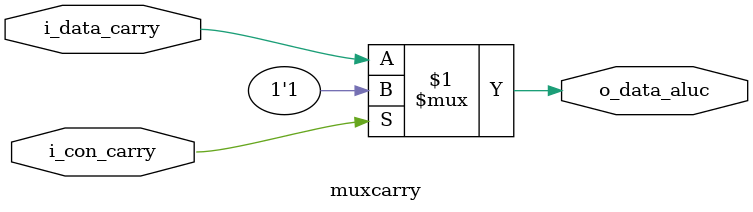
<source format=sv>
module muxcarry(
	input logic i_data_carry, 
	input logic i_con_carry,
	output logic o_data_aluc
	);

assign o_data_aluc = i_con_carry ? 1'b1 : i_data_carry;

endmodule
</source>
